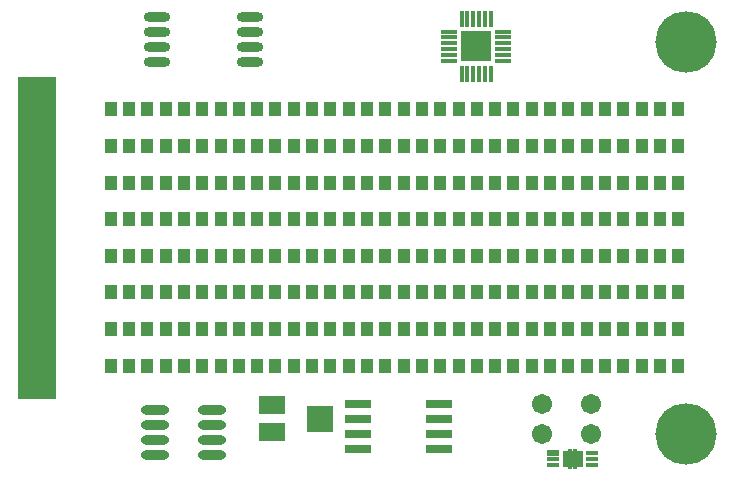
<source format=gts>
G04 Layer_Color=8388736*
%FSLAX25Y25*%
%MOIN*%
G70*
G01*
G75*
%ADD41R,0.12795X1.07480*%
%ADD42R,0.01299X0.00787*%
%ADD43R,0.06614X0.05433*%
%ADD44R,0.10249X0.10249*%
%ADD45R,0.05524X0.01765*%
%ADD46R,0.01765X0.05524*%
G04:AMPARAMS|DCode=47|XSize=31.62mil|YSize=108.39mil|CornerRadius=9.91mil|HoleSize=0mil|Usage=FLASHONLY|Rotation=270.000|XOffset=0mil|YOffset=0mil|HoleType=Round|Shape=RoundedRectangle|*
%AMROUNDEDRECTD47*
21,1,0.03162,0.08858,0,0,270.0*
21,1,0.01181,0.10839,0,0,270.0*
1,1,0.01981,-0.04429,-0.00591*
1,1,0.01981,-0.04429,0.00591*
1,1,0.01981,0.04429,0.00591*
1,1,0.01981,0.04429,-0.00591*
%
%ADD47ROUNDEDRECTD47*%
%ADD48R,0.08674X0.05918*%
%ADD49R,0.08674X0.08674*%
%ADD50O,0.08800X0.03200*%
%ADD51R,0.04343X0.04737*%
%ADD52O,0.09461X0.03162*%
%ADD53R,0.03950X0.01666*%
%ADD54R,0.03950X0.01863*%
%ADD55R,0.08900X0.03000*%
%ADD56C,0.20485*%
%ADD57C,0.06706*%
%ADD58C,0.02572*%
D41*
X329268Y408858D02*
D03*
D42*
X507023Y331923D02*
D03*
X508794D02*
D03*
X507023Y338143D02*
D03*
X508794D02*
D03*
D43*
X507909Y335033D02*
D03*
D44*
X475800Y472600D02*
D03*
D45*
X466729Y477521D02*
D03*
X484871D02*
D03*
Y475553D02*
D03*
Y473584D02*
D03*
Y471616D02*
D03*
Y469647D02*
D03*
Y467679D02*
D03*
X466729D02*
D03*
Y469647D02*
D03*
Y471616D02*
D03*
Y473584D02*
D03*
Y475553D02*
D03*
D46*
X470879Y481671D02*
D03*
X480721Y463529D02*
D03*
X478753D02*
D03*
X476784D02*
D03*
X474816D02*
D03*
X472847D02*
D03*
X470879D02*
D03*
X472847Y481671D02*
D03*
X474816D02*
D03*
X476784D02*
D03*
X478753D02*
D03*
X480721D02*
D03*
D47*
X328874Y363978D02*
D03*
Y367128D02*
D03*
Y370277D02*
D03*
Y373427D02*
D03*
Y376576D02*
D03*
Y379726D02*
D03*
Y382876D02*
D03*
Y386025D02*
D03*
Y389175D02*
D03*
Y392324D02*
D03*
Y395474D02*
D03*
Y398624D02*
D03*
Y401773D02*
D03*
Y404923D02*
D03*
Y408072D02*
D03*
Y411222D02*
D03*
Y414372D02*
D03*
Y417521D02*
D03*
Y433268D02*
D03*
Y436417D02*
D03*
Y439567D02*
D03*
Y442717D02*
D03*
Y445866D02*
D03*
Y449016D02*
D03*
Y452165D02*
D03*
Y455315D02*
D03*
D48*
X407826Y352928D02*
D03*
Y343872D02*
D03*
D49*
X423574Y348400D02*
D03*
D50*
X369244Y477402D02*
D03*
X400244Y467402D02*
D03*
X369244D02*
D03*
Y472402D02*
D03*
X400244Y477402D02*
D03*
X369244Y482402D02*
D03*
X400244Y472402D02*
D03*
Y482402D02*
D03*
D51*
X537008Y451575D02*
D03*
X543110D02*
D03*
X524803D02*
D03*
X530905D02*
D03*
X512598D02*
D03*
X518701D02*
D03*
X500394D02*
D03*
X506496D02*
D03*
X488189D02*
D03*
X494291D02*
D03*
X475984D02*
D03*
X482087D02*
D03*
X463779D02*
D03*
X469882D02*
D03*
X451575D02*
D03*
X457677D02*
D03*
X439370D02*
D03*
X445472D02*
D03*
X427165D02*
D03*
X433268D02*
D03*
X402756D02*
D03*
X408858D02*
D03*
X390551D02*
D03*
X396654D02*
D03*
X378346D02*
D03*
X384449D02*
D03*
X524803Y366142D02*
D03*
X530905D02*
D03*
X512598D02*
D03*
X518701D02*
D03*
X500394D02*
D03*
X506496D02*
D03*
X488189D02*
D03*
X494291D02*
D03*
X475984D02*
D03*
X482087D02*
D03*
X463779D02*
D03*
X469882D02*
D03*
X451575D02*
D03*
X457677D02*
D03*
X439370D02*
D03*
X445472D02*
D03*
X427165D02*
D03*
X433268D02*
D03*
X414961D02*
D03*
X421063D02*
D03*
X402756D02*
D03*
X408858D02*
D03*
X390551D02*
D03*
X396654D02*
D03*
X378346D02*
D03*
X384449D02*
D03*
X366142D02*
D03*
X372244D02*
D03*
X537008Y378346D02*
D03*
X543110D02*
D03*
X524803D02*
D03*
X530905D02*
D03*
X512598D02*
D03*
X518701D02*
D03*
X500394D02*
D03*
X506496D02*
D03*
X488189D02*
D03*
X494291D02*
D03*
X475984D02*
D03*
X482087D02*
D03*
X463779D02*
D03*
X469882D02*
D03*
X439370D02*
D03*
X445472D02*
D03*
X427165D02*
D03*
X433268D02*
D03*
X414961D02*
D03*
X421063D02*
D03*
X402756D02*
D03*
X408858D02*
D03*
X390551D02*
D03*
X396654D02*
D03*
X378346D02*
D03*
X384449D02*
D03*
X366142D02*
D03*
X372244D02*
D03*
X537008Y390551D02*
D03*
X543110D02*
D03*
X524803D02*
D03*
X530905D02*
D03*
X512598D02*
D03*
X518701D02*
D03*
X500394D02*
D03*
X506496D02*
D03*
X488189D02*
D03*
X494291D02*
D03*
X475984D02*
D03*
X482087D02*
D03*
X463779D02*
D03*
X469882D02*
D03*
X451575D02*
D03*
X457677D02*
D03*
X439370D02*
D03*
X445472D02*
D03*
X427165D02*
D03*
X433268D02*
D03*
X414961D02*
D03*
X421063D02*
D03*
X402756D02*
D03*
X408858D02*
D03*
X390551D02*
D03*
X396654D02*
D03*
X378346D02*
D03*
X384449D02*
D03*
X366142D02*
D03*
X372244D02*
D03*
X537008Y402756D02*
D03*
X543110D02*
D03*
X524803D02*
D03*
X530905D02*
D03*
X512598D02*
D03*
X518701D02*
D03*
X500394D02*
D03*
X506496D02*
D03*
X488189D02*
D03*
X494291D02*
D03*
X475984D02*
D03*
X482087D02*
D03*
X463779D02*
D03*
X469882D02*
D03*
X451575D02*
D03*
X457677D02*
D03*
X427165D02*
D03*
X433268D02*
D03*
X414961D02*
D03*
X421063D02*
D03*
X402756D02*
D03*
X408858D02*
D03*
X390551D02*
D03*
X396654D02*
D03*
X378346D02*
D03*
X384449D02*
D03*
X366142D02*
D03*
X372244D02*
D03*
X537008Y414961D02*
D03*
X543110D02*
D03*
X524803D02*
D03*
X530905D02*
D03*
X512598D02*
D03*
X518701D02*
D03*
X500394D02*
D03*
X506496D02*
D03*
X488189D02*
D03*
X494291D02*
D03*
X475984D02*
D03*
X482087D02*
D03*
X463779D02*
D03*
X469882D02*
D03*
X451575D02*
D03*
X457677D02*
D03*
X439370D02*
D03*
X445472D02*
D03*
X427165D02*
D03*
X433268D02*
D03*
X414961D02*
D03*
X421063D02*
D03*
X402756D02*
D03*
X408858D02*
D03*
X390551D02*
D03*
X396654D02*
D03*
X378346D02*
D03*
X384449D02*
D03*
X366142D02*
D03*
X372244D02*
D03*
X537008Y427165D02*
D03*
X543110D02*
D03*
X524803D02*
D03*
X530905D02*
D03*
X512598D02*
D03*
X518701D02*
D03*
X500394D02*
D03*
X506496D02*
D03*
X488189D02*
D03*
X494291D02*
D03*
X475984D02*
D03*
X482087D02*
D03*
X463779D02*
D03*
X469882D02*
D03*
X451575D02*
D03*
X457677D02*
D03*
X439370D02*
D03*
X445472D02*
D03*
X427165D02*
D03*
X433268D02*
D03*
X414961D02*
D03*
X421063D02*
D03*
X402756D02*
D03*
X408858D02*
D03*
X390551D02*
D03*
X396654D02*
D03*
X378346D02*
D03*
X384449D02*
D03*
X537008Y439370D02*
D03*
X543110D02*
D03*
X524803D02*
D03*
X530905D02*
D03*
X512598D02*
D03*
X518701D02*
D03*
X500394D02*
D03*
X506496D02*
D03*
X488189D02*
D03*
X494291D02*
D03*
X475984D02*
D03*
X482087D02*
D03*
X463779D02*
D03*
X469882D02*
D03*
X451575D02*
D03*
X457677D02*
D03*
X439370D02*
D03*
X445472D02*
D03*
X427165D02*
D03*
X433268D02*
D03*
X414961D02*
D03*
X421063D02*
D03*
X402756D02*
D03*
X408858D02*
D03*
X390551D02*
D03*
X396654D02*
D03*
X378346D02*
D03*
X384449D02*
D03*
X366142D02*
D03*
X372244D02*
D03*
X353937D02*
D03*
X360039D02*
D03*
X353937Y378346D02*
D03*
X360039D02*
D03*
X353937Y390551D02*
D03*
X360039D02*
D03*
X353937Y402756D02*
D03*
X360039D02*
D03*
X353937Y414961D02*
D03*
X360039D02*
D03*
X353937Y427165D02*
D03*
X360039D02*
D03*
X366142D02*
D03*
X372244D02*
D03*
X366142Y451575D02*
D03*
X372244D02*
D03*
X414961D02*
D03*
X421063D02*
D03*
X439370Y402756D02*
D03*
X445472D02*
D03*
X451575Y378346D02*
D03*
X457677D02*
D03*
X537008Y366142D02*
D03*
X543110D02*
D03*
X353937Y451575D02*
D03*
X360039D02*
D03*
X353937Y366142D02*
D03*
X360039D02*
D03*
D52*
X387549Y336300D02*
D03*
Y341300D02*
D03*
Y346300D02*
D03*
Y351300D02*
D03*
X368651Y336300D02*
D03*
Y341300D02*
D03*
Y346300D02*
D03*
Y351300D02*
D03*
D53*
X501511Y333065D02*
D03*
Y335033D02*
D03*
X514306Y333065D02*
D03*
Y335033D02*
D03*
Y337002D02*
D03*
D54*
X501511Y337100D02*
D03*
D55*
X436500Y353400D02*
D03*
Y348400D02*
D03*
Y343400D02*
D03*
Y338400D02*
D03*
X463500D02*
D03*
Y343400D02*
D03*
Y348400D02*
D03*
Y353400D02*
D03*
D56*
X545691Y474198D02*
D03*
Y343518D02*
D03*
D57*
X514000Y353400D02*
D03*
Y343400D02*
D03*
X497858D02*
D03*
Y353400D02*
D03*
D58*
X478753Y475553D02*
D03*
X472847Y469647D02*
D03*
X478753D02*
D03*
X472847Y475553D02*
D03*
M02*

</source>
